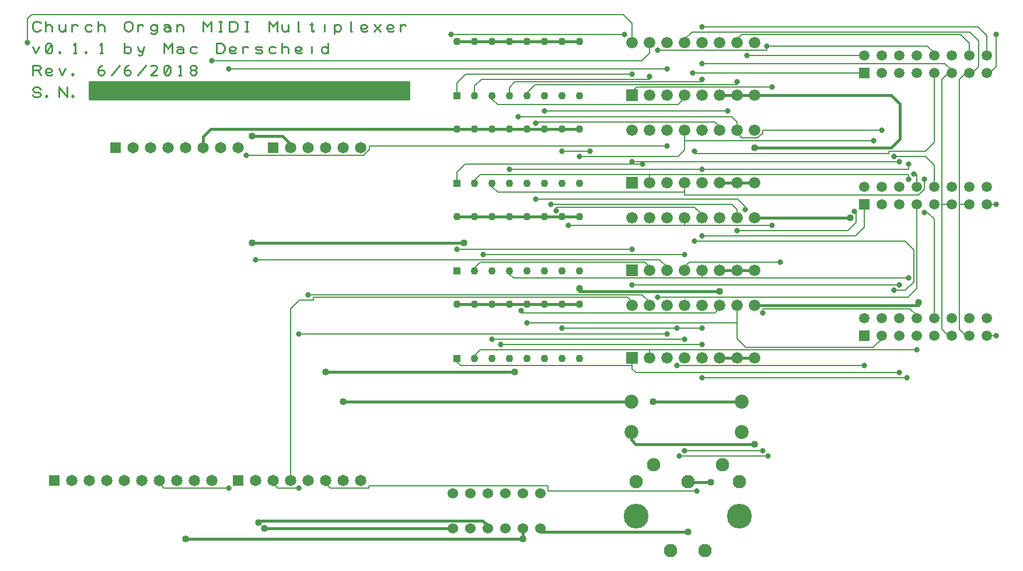
<source format=gbr>
G04 EasyPC Gerber Version 21.0.3 Build 4286 *
%FSLAX35Y35*%
%MOIN*%
%ADD18R,0.04283X0.04283*%
%ADD70R,0.05945X0.05945*%
%ADD85R,0.06496X0.06496*%
%ADD16R,0.06600X0.06600*%
%ADD87C,0.00800*%
%ADD15C,0.01000*%
%ADD88C,0.01500*%
%ADD24C,0.03200*%
%ADD25C,0.04000*%
%ADD19C,0.04283*%
%ADD71C,0.05945*%
%ADD23C,0.06000*%
%ADD86C,0.06496*%
%ADD17C,0.06600*%
%ADD82C,0.07677*%
%ADD84C,0.07972*%
%ADD83C,0.14173*%
X0Y0D02*
D02*
D15*
X12750Y280563D02*
X13219Y279625D01*
X14156Y279156*
X16031*
X16969Y279625*
X17437Y280563*
X16969Y281500*
X16031Y281969*
X14156*
X13219Y282437*
X12750Y283375*
X13219Y284313*
X14156Y284781*
X16031*
X16969Y284313*
X17437Y283375*
X20719Y279156D02*
X21187Y279625D01*
X20719Y280094*
X20250Y279625*
X20719Y279156*
X27750D02*
Y284781D01*
X32437Y279156*
Y284781*
X35719Y279156D02*
X36187Y279625D01*
X35719Y280094*
X35250Y279625*
X35719Y279156*
X12750Y291656D02*
Y297281D01*
X16031*
X16969Y296813*
X17437Y295875*
X16969Y294937*
X16031Y294469*
X12750*
X16031D02*
X17437Y291656D01*
X24000Y292125D02*
X23531Y291656D01*
X22594*
X21656*
X20719Y292125*
X20250Y293063*
Y294469*
X20719Y294937*
X21656Y295406*
X22594*
X23531Y294937*
X24000Y294469*
Y294000*
X23531Y293531*
X22594Y293063*
X21656*
X20719Y293531*
X20250Y294000*
X27750Y295406D02*
X29625Y291656D01*
X31500Y295406*
X35719Y291656D02*
X36187Y292125D01*
X35719Y292594*
X35250Y292125*
X35719Y291656*
X50250Y293063D02*
X50719Y294000D01*
X51656Y294469*
X52594*
X53531Y294000*
X54000Y293063*
X53531Y292125*
X52594Y291656*
X51656*
X50719Y292125*
X50250Y293063*
Y294469*
X50719Y295875*
X51656Y296813*
X52594Y297281*
X57750Y291656D02*
X62437Y297281D01*
X65250Y293063D02*
X65719Y294000D01*
X66656Y294469*
X67594*
X68531Y294000*
X69000Y293063*
X68531Y292125*
X67594Y291656*
X66656*
X65719Y292125*
X65250Y293063*
Y294469*
X65719Y295875*
X66656Y296813*
X67594Y297281*
X72750Y291656D02*
X77437Y297281D01*
X84000Y291656D02*
X80250D01*
X83531Y294937*
X84000Y295875*
X83531Y296813*
X82594Y297281*
X81187*
X80250Y296813*
X88219Y292125D02*
X89156Y291656D01*
X90094*
X91031Y292125*
X91500Y293063*
Y295875*
X91031Y296813*
X90094Y297281*
X89156*
X88219Y296813*
X87750Y295875*
Y293063*
X88219Y292125*
X91031Y296813*
X96187Y291656D02*
X98063D01*
X97125D02*
Y297281D01*
X96187Y296344*
X104156Y294469D02*
X105094D01*
X106031Y294937*
X106500Y295875*
X106031Y296813*
X105094Y297281*
X104156*
X103219Y296813*
X102750Y295875*
X103219Y294937*
X104156Y294469*
X103219Y294000*
X102750Y293063*
X103219Y292125*
X104156Y291656*
X105094*
X106031Y292125*
X106500Y293063*
X106031Y294000*
X105094Y294469*
X12750Y307906D02*
X14625Y304156D01*
X16500Y307906*
X20719Y304625D02*
X21656Y304156D01*
X22594*
X23531Y304625*
X24000Y305563*
Y308375*
X23531Y309313*
X22594Y309781*
X21656*
X20719Y309313*
X20250Y308375*
Y305563*
X20719Y304625*
X23531Y309313*
X28219Y304156D02*
X28687Y304625D01*
X28219Y305094*
X27750Y304625*
X28219Y304156*
X36187D02*
X38063D01*
X37125D02*
Y309781D01*
X36187Y308844*
X43219Y304156D02*
X43687Y304625D01*
X43219Y305094*
X42750Y304625*
X43219Y304156*
X51187D02*
X53063D01*
X52125D02*
Y309781D01*
X51187Y308844*
X65250Y305563D02*
X65719Y304625D01*
X66656Y304156*
X67594*
X68531Y304625*
X69000Y305563*
Y306500*
X68531Y307437*
X67594Y307906*
X66656*
X65719Y307437*
X65250Y306500*
Y304156D02*
Y309781D01*
X72750Y307906D02*
X73219Y306031D01*
X74156Y305094*
X75094*
X76031Y306031*
X76500Y307906*
X76031Y306031D02*
X75563Y304156D01*
X75094Y303219*
X74156Y302750*
X73219Y303219*
X87750Y304156D02*
Y309781D01*
X90094Y306969*
X92437Y309781*
Y304156*
X95250Y307437D02*
X96187Y307906D01*
X97594*
X98531Y307437*
X99000Y306500*
Y305094*
X98531Y304625*
X97594Y304156*
X96656*
X95719Y304625*
X95250Y305094*
Y305563*
X95719Y306031*
X96656Y306500*
X97594*
X98531Y306031*
X99000Y305563*
Y305094D02*
Y304156D01*
X106500Y307437D02*
X105563Y307906D01*
X104156*
X103219Y307437*
X102750Y306500*
Y305563*
X103219Y304625*
X104156Y304156*
X105563*
X106500Y304625*
X117750Y304156D02*
Y309781D01*
X120563*
X121500Y309313*
X121969Y308844*
X122437Y307906*
Y306031*
X121969Y305094*
X121500Y304625*
X120563Y304156*
X117750*
X129000Y304625D02*
X128531Y304156D01*
X127594*
X126656*
X125719Y304625*
X125250Y305563*
Y306969*
X125719Y307437*
X126656Y307906*
X127594*
X128531Y307437*
X129000Y306969*
Y306500*
X128531Y306031*
X127594Y305563*
X126656*
X125719Y306031*
X125250Y306500*
X132750Y304156D02*
Y307906D01*
Y306500D02*
X133219Y307437D01*
X134156Y307906*
X135094*
X136031Y307437*
X140250Y304625D02*
X141187Y304156D01*
X143063*
X144000Y304625*
Y305563*
X143063Y306031*
X141187*
X140250Y306500*
Y307437*
X141187Y307906*
X143063*
X144000Y307437*
X151500D02*
X150563Y307906D01*
X149156*
X148219Y307437*
X147750Y306500*
Y305563*
X148219Y304625*
X149156Y304156*
X150563*
X151500Y304625*
X155250Y304156D02*
Y309781D01*
Y306500D02*
X155719Y307437D01*
X156656Y307906*
X157594*
X158531Y307437*
X159000Y306500*
Y304156*
X166500Y304625D02*
X166031Y304156D01*
X165094*
X164156*
X163219Y304625*
X162750Y305563*
Y306969*
X163219Y307437*
X164156Y307906*
X165094*
X166031Y307437*
X166500Y306969*
Y306500*
X166031Y306031*
X165094Y305563*
X164156*
X163219Y306031*
X162750Y306500*
X172125Y304156D02*
Y307906D01*
Y309313D02*
X181500Y306500*
X181031Y307437D01*
X180094Y307906*
X179156*
X178219Y307437*
X177750Y306500*
Y305563*
X178219Y304625*
X179156Y304156*
X180094*
X181031Y304625*
X181500Y305563*
Y304156D02*
Y309781D01*
X17437Y317594D02*
X16969Y317125D01*
X16031Y316656*
X14625*
X13687Y317125*
X13219Y317594*
X12750Y318531*
Y320406*
X13219Y321344*
X13687Y321813*
X14625Y322281*
X16031*
X16969Y321813*
X17437Y321344*
X20250Y316656D02*
Y322281D01*
Y319000D02*
X20719Y319937D01*
X21656Y320406*
X22594*
X23531Y319937*
X24000Y319000*
Y316656*
X27750Y320406D02*
Y318063D01*
X28219Y317125*
X29156Y316656*
X30094*
X31031Y317125*
X31500Y318063*
Y320406D02*
Y316656D01*
X35250D02*
Y320406D01*
Y319000D02*
X35719Y319937D01*
X36656Y320406*
X37594*
X38531Y319937*
X46500D02*
X45563Y320406D01*
X44156*
X43219Y319937*
X42750Y319000*
Y318063*
X43219Y317125*
X44156Y316656*
X45563*
X46500Y317125*
X50250Y316656D02*
Y322281D01*
Y319000D02*
X50719Y319937D01*
X51656Y320406*
X52594*
X53531Y319937*
X54000Y319000*
Y316656*
X65250Y318531D02*
Y320406D01*
X65719Y321344*
X66187Y321813*
X67125Y322281*
X68063*
X69000Y321813*
X69469Y321344*
X69937Y320406*
Y318531*
X69469Y317594*
X69000Y317125*
X68063Y316656*
X67125*
X66187Y317125*
X65719Y317594*
X65250Y318531*
X72750Y316656D02*
Y320406D01*
Y319000D02*
X73219Y319937D01*
X74156Y320406*
X75094*
X76031Y319937*
X84000Y319000D02*
X83531Y319937D01*
X82594Y320406*
X81656*
X80719Y319937*
X80250Y319000*
Y318531*
X80719Y317594*
X81656Y317125*
X82594*
X83531Y317594*
X84000Y318531*
Y320406D02*
Y316656D01*
X83531Y315719*
X82594Y315250*
X81187*
X80250Y315719*
X87750Y319937D02*
X88687Y320406D01*
X90094*
X91031Y319937*
X91500Y319000*
Y317594*
X91031Y317125*
X90094Y316656*
X89156*
X88219Y317125*
X87750Y317594*
Y318063*
X88219Y318531*
X89156Y319000*
X90094*
X91031Y318531*
X91500Y318063*
Y317594D02*
Y316656D01*
X95250D02*
Y320406D01*
Y319000D02*
X95719Y319937D01*
X96656Y320406*
X97594*
X98531Y319937*
X99000Y319000*
Y316656*
X110250D02*
Y322281D01*
X112594Y319469*
X114937Y322281*
Y316656*
X119156D02*
X121031D01*
X120094D02*
Y322281D01*
X119156D02*
X121031D01*
X125250Y316656D02*
Y322281D01*
X128063*
X129000Y321813*
X129469Y321344*
X129937Y320406*
Y318531*
X129469Y317594*
X129000Y317125*
X128063Y316656*
X125250*
X134156D02*
X136031D01*
X135094D02*
Y322281D01*
X134156D02*
X136031D01*
X147750Y316656D02*
Y322281D01*
X150094Y319469*
X152437Y322281*
Y316656*
X155250Y320406D02*
Y318063D01*
X155719Y317125*
X156656Y316656*
X157594*
X158531Y317125*
X159000Y318063*
Y320406D02*
Y316656D01*
X165094D02*
X164625D01*
Y322281*
X171187Y320406D02*
X173063D01*
X172125Y321344D02*
Y317125D01*
X172594Y316656*
X173063*
X173531Y317125*
X179625Y316656D02*
Y320406D01*
Y321813D02*
X185250Y320406*
Y315250D01*
Y318063D02*
X185719Y317125D01*
X186656Y316656*
X187594*
X188531Y317125*
X189000Y318063*
Y319000*
X188531Y319937*
X187594Y320406*
X186656*
X185719Y319937*
X185250Y319000*
Y318063*
X195094Y316656D02*
X194625D01*
Y322281*
X204000Y317125D02*
X203531Y316656D01*
X202594*
X201656*
X200719Y317125*
X200250Y318063*
Y319469*
X200719Y319937*
X201656Y320406*
X202594*
X203531Y319937*
X204000Y319469*
Y319000*
X203531Y318531*
X202594Y318063*
X201656*
X200719Y318531*
X200250Y319000*
X207750Y316656D02*
X211500Y320406D01*
Y316656D02*
X207750Y320406D01*
X219000Y317125D02*
X218531Y316656D01*
X217594*
X216656*
X215719Y317125*
X215250Y318063*
Y319469*
X215719Y319937*
X216656Y320406*
X217594*
X218531Y319937*
X219000Y319469*
Y319000*
X218531Y318531*
X217594Y318063*
X216656*
X215719Y318531*
X215250Y319000*
X222750Y316656D02*
Y320406D01*
Y319000D02*
X223219Y319937D01*
X224156Y320406*
X225094*
X226031Y319937*
X45250Y287750D02*
Y277750D01*
X227750*
Y287750*
X45250*
G36*
Y277750*
X227750*
Y287750*
X45250*
G37*
D02*
D16*
X355250Y130250D03*
Y180250D03*
Y230250D03*
Y280250D03*
D02*
D17*
Y160250D03*
Y210250D03*
Y260250D03*
Y310250D03*
X365250Y130250D03*
Y160250D03*
Y180250D03*
Y210250D03*
Y230250D03*
Y260250D03*
Y280250D03*
Y310250D03*
X375250Y130250D03*
Y160250D03*
Y180250D03*
Y210250D03*
Y230250D03*
Y260250D03*
Y280250D03*
Y310250D03*
X385250Y130250D03*
Y160250D03*
Y180250D03*
Y210250D03*
Y230250D03*
Y260250D03*
Y280250D03*
Y310250D03*
X395250Y130250D03*
Y160250D03*
Y180250D03*
Y210250D03*
Y230250D03*
Y260250D03*
Y280250D03*
Y310250D03*
X405250Y130250D03*
Y160250D03*
Y180250D03*
Y210250D03*
Y230250D03*
Y260250D03*
Y280250D03*
Y310250D03*
X415250Y130250D03*
Y160250D03*
Y180250D03*
Y210250D03*
Y230250D03*
Y260250D03*
Y280250D03*
Y310250D03*
X425250Y130250D03*
Y160250D03*
Y180250D03*
Y210250D03*
Y230250D03*
Y260250D03*
Y280250D03*
Y310250D03*
D02*
D18*
X255250Y129758D03*
Y179758D03*
Y229758D03*
Y279758D03*
D02*
D19*
Y160742D03*
Y210742D03*
Y260742D03*
Y310742D03*
X265250Y129758D03*
Y160742D03*
Y179758D03*
Y210742D03*
Y229758D03*
Y260742D03*
Y279758D03*
Y310742D03*
X275250Y129758D03*
Y160742D03*
Y179758D03*
Y210742D03*
Y229758D03*
Y260742D03*
Y279758D03*
Y310742D03*
X285250Y129758D03*
Y160742D03*
Y179758D03*
Y210742D03*
Y229758D03*
Y260742D03*
Y279758D03*
Y310742D03*
X295250Y129758D03*
Y160742D03*
Y179758D03*
Y210742D03*
Y229758D03*
Y260742D03*
Y279758D03*
Y310742D03*
X305250Y129758D03*
Y160742D03*
Y179758D03*
Y210742D03*
Y229758D03*
Y260742D03*
Y279758D03*
Y310742D03*
X315250Y129758D03*
Y160742D03*
Y179758D03*
Y210742D03*
Y229758D03*
Y260742D03*
Y279758D03*
Y310742D03*
X325250Y129758D03*
Y160742D03*
Y179758D03*
Y210742D03*
Y229758D03*
Y260742D03*
Y279758D03*
Y310742D03*
D02*
D70*
X487750Y142750D03*
Y217750D03*
Y292750D03*
D02*
D71*
Y152750D03*
Y227750D03*
Y302750D03*
X497750Y142750D03*
Y152750D03*
Y217750D03*
Y227750D03*
Y292750D03*
Y302750D03*
X507750Y142750D03*
Y152750D03*
Y217750D03*
Y227750D03*
Y292750D03*
Y302750D03*
X517750Y142750D03*
Y152750D03*
Y217750D03*
Y227750D03*
Y292750D03*
Y302750D03*
X527750Y142750D03*
Y152750D03*
Y217750D03*
Y227750D03*
Y292750D03*
Y302750D03*
X537750Y142750D03*
Y152750D03*
Y217750D03*
Y227750D03*
Y292750D03*
Y302750D03*
X547750Y142750D03*
Y152750D03*
Y217750D03*
Y227750D03*
Y292750D03*
Y302750D03*
X557750Y142750D03*
Y152750D03*
Y217750D03*
Y227750D03*
Y292750D03*
Y302750D03*
D02*
D23*
X252750Y32750D03*
Y52750D03*
X262750Y32750D03*
Y52750D03*
X272750Y32750D03*
Y52750D03*
X282750Y32750D03*
Y52750D03*
X292750Y32750D03*
Y52750D03*
X302750Y32750D03*
Y52750D03*
D02*
D24*
X9750Y310250D03*
X115250Y299750D03*
X124750Y55750D03*
Y295250D03*
X134750Y245750D03*
X140250Y186250D03*
X164750Y55750D03*
Y143750D03*
X170250Y166250D03*
X251750Y314750D03*
X255250Y192250D03*
X270250Y189250D03*
X275250Y140750D03*
X280250Y137750D03*
X285250Y237750D03*
X290250Y267750D03*
X291750Y157250D03*
X295250Y150250D03*
X300250Y220750D03*
Y264250D03*
X305250Y271250D03*
X308750Y217750D03*
X311750Y214250D03*
X315250Y147250D03*
Y248250D03*
X318750Y205750D03*
X325250Y245250D03*
X331250Y248250D03*
X350750Y314750D03*
X355250Y171750D03*
Y192250D03*
Y242250D03*
Y292250D03*
X361250Y240750D03*
X365250Y290750D03*
X369750Y164750D03*
Y305750D03*
X375250Y143750D03*
Y251250D03*
Y295250D03*
X380750Y125750D03*
Y147250D03*
X382250Y74250D03*
X385250Y77250D03*
Y140750D03*
Y189250D03*
X389750Y292750D03*
X390750Y196750D03*
Y248250D03*
X392250Y54250D03*
X395250Y118750D03*
Y137750D03*
Y147250D03*
Y199750D03*
Y237750D03*
Y289250D03*
Y298250D03*
Y319250D03*
X409750Y271250D03*
X415250Y202750D03*
Y287750D03*
X419750Y214750D03*
X420750Y302750D03*
X429750Y77250D03*
Y155750D03*
X432250Y308250D03*
X432750Y74250D03*
X435250Y205750D03*
Y284750D03*
X439750Y184750D03*
X482250Y213750D03*
X487750Y125750D03*
X493250Y254250D03*
X497750Y260250D03*
X504750Y168750D03*
Y245250D03*
X507750Y121750D03*
Y171750D03*
Y242250D03*
X512250Y118750D03*
X513250Y175750D03*
Y232250D03*
Y240750D03*
X516250Y235250D03*
X517750Y134750D03*
X522250Y213250D03*
Y232250D03*
X563250Y142750D03*
Y217750D03*
Y314750D03*
D02*
D25*
X100250Y26750D03*
X138250Y195750D03*
Y256750D03*
X141750Y36250D03*
X145250Y32750D03*
X180250Y122250D03*
X190250Y105250D03*
X259250Y195750D03*
X288250Y122250D03*
X292750Y26750D03*
X325250Y169750D03*
X367250Y105250D03*
X387120Y30750D03*
X400250Y59250D03*
X405250Y168250D03*
X425250Y80750D03*
Y250250D03*
X479750Y210250D03*
X518750Y161750D03*
D02*
D82*
X357593Y59463D03*
X367435Y69305D03*
X377278Y20093D03*
X387120Y59463D03*
X396963Y20093D03*
X406805Y69305D03*
X416648Y59463D03*
D02*
D83*
X357593Y39778D03*
X416648D03*
D02*
D84*
X354758Y87750D03*
Y105250D03*
X417750Y87750D03*
Y105250D03*
D02*
D85*
X25250Y60250D03*
X60250Y250250D03*
X130250Y60250D03*
X150250Y250250D03*
D02*
D86*
X35250Y60250D03*
X45250D03*
X55250D03*
X65250D03*
X70250Y250250D03*
X75250Y60250D03*
X80250Y250250D03*
X85250Y60250D03*
X90250Y250250D03*
X95250Y60250D03*
X100250Y250250D03*
X105250Y60250D03*
X110250Y250250D03*
X115250Y60250D03*
X120250Y250250D03*
X130250D03*
X140250Y60250D03*
X150250D03*
X160250D03*
Y250250D03*
X170250Y60250D03*
Y250250D03*
X180250Y60250D03*
Y250250D03*
X190250Y60250D03*
Y250250D03*
X200250Y60250D03*
Y250250D03*
D02*
D87*
X9750Y310250D02*
Y323808D01*
X12192Y326250*
X350250*
X355250Y321250*
Y310250*
X115250Y299750D02*
X360884D01*
X365250Y304116*
Y310250*
X124750Y55750D02*
X87982D01*
X85250Y58482*
Y60250*
X134750Y245750D02*
X201900D01*
X205250Y249100*
Y251250*
X375250*
X140250Y186250D02*
X371018D01*
X375250Y182018*
Y180250*
X160250Y60250D02*
Y158250D01*
X165250Y163250*
X173250*
Y164750*
X352518*
X355250Y162018*
Y160250*
X164750Y55750D02*
X152982D01*
X150250Y58482*
Y60250*
X170250Y166250D02*
X361018D01*
X365250Y162018*
Y160250*
X251750Y314750D02*
X350750D01*
X270250Y189250D02*
X385250D01*
X280250Y137750D02*
X395250D01*
X290250Y267750D02*
X412384D01*
X415250Y264884*
Y260250*
X291750Y157250D02*
Y155750D01*
X402518*
X405250Y158482*
Y160250*
X300250Y220750D02*
X415518D01*
X419750Y216518*
Y214750*
X300250Y264250D02*
Y264750D01*
X402518*
X405250Y262018*
Y260250*
X308750Y217750D02*
X412384D01*
X415250Y214884*
Y210250*
X311750Y214250D02*
Y216250D01*
X391018*
X395250Y212018*
Y210250*
X331250Y248250D02*
X315250D01*
X355250Y125750D02*
Y130250D01*
Y125750D02*
X257490D01*
X255250Y127990*
Y129758*
X355250Y125750D02*
Y123982D01*
X357482Y121750*
X507750*
X355250Y171750D02*
X507750D01*
X355250Y192250D02*
X255250D01*
X355250Y292250D02*
X260250D01*
X255250Y287250*
Y279758*
X361250Y240750D02*
X259862D01*
X255250Y236138*
Y229758*
X365250Y134750D02*
Y130250D01*
Y134750D02*
X517750D01*
X365250D02*
X268474D01*
X265250Y131526*
Y129758*
X365250Y180250D02*
Y182018D01*
X362518Y184750*
X268474*
X265250Y181526*
Y179758*
X365250Y234750D02*
Y230250D01*
Y234750D02*
X513250D01*
Y232250*
X365250Y234750D02*
X268474D01*
X265250Y231526*
Y229758*
X365250Y290750D02*
Y289250D01*
X269112*
X265250Y285388*
Y279758*
X369750Y164750D02*
X512750D01*
X517750Y169750*
Y217750*
X375250Y143750D02*
X164750D01*
X375250Y295250D02*
X124750D01*
X380750Y147250D02*
X395250D01*
X380750D02*
X315250D01*
X385250Y140750D02*
X275250D01*
X385250Y205750D02*
Y210250D01*
Y205750D02*
X318750D01*
X385250D02*
X435250D01*
X385250Y224750D02*
Y230250D01*
Y224750D02*
Y223250D01*
X519011*
X522250Y226489*
Y232250*
X385250Y224750D02*
X278490D01*
X275250Y227990*
Y229758*
X385250Y254250D02*
Y260250D01*
Y254250D02*
Y248866D01*
X381634Y245250*
X325250*
X385250Y254250D02*
X493250D01*
X385250Y280250D02*
Y278482D01*
X381518Y274750*
X278490*
X275250Y277990*
Y279758*
X389750Y292750D02*
X487750D01*
X390750Y196750D02*
X511250D01*
X516250Y191750*
Y173616*
X511384Y168750*
X504750*
X390750Y248250D02*
Y246750D01*
X501750*
Y248250*
X522750*
X527750Y253250*
Y292750*
X392250Y54250D02*
X307250D01*
Y57250*
X204750*
Y55750*
X182982*
X180250Y58482*
Y60250*
X395250Y118750D02*
X512250D01*
X395250Y175750D02*
Y180250D01*
Y175750D02*
X513250D01*
X395250D02*
X287490D01*
X285250Y177990*
Y179758*
X395250Y199750D02*
X482750D01*
X487750Y204750*
Y217750*
X395250Y237750D02*
X285250D01*
X395250Y289250D02*
Y287750D01*
X288362*
X285250Y284638*
Y279758*
X395250Y298250D02*
X534018D01*
X537750Y294518*
Y292750*
X395250Y319250D02*
X552750D01*
X557750Y314250*
Y302750*
X409750Y271250D02*
X305250D01*
X415250Y150250D02*
Y160250D01*
Y150250D02*
Y141250D01*
X420250Y136250*
X493018*
X497750Y140982*
Y142750*
X415250Y150250D02*
X295250D01*
X415250Y287750D02*
Y286250D01*
X299974*
X295250Y281526*
Y279758*
X420750Y302750D02*
X487750D01*
X429750Y77250D02*
X385250D01*
X429750Y155750D02*
Y158250D01*
X514018*
X517750Y154518*
Y152750*
X432250Y308250D02*
X524018D01*
X527750Y304518*
Y302750*
X432250Y308250D02*
Y305750D01*
X369750*
X432750Y74250D02*
X382250D01*
X435250Y284750D02*
X357982D01*
X355250Y282018*
Y280250*
X439750Y184750D02*
X387982D01*
X385250Y182018*
Y180250*
X482250Y213750D02*
X483250D01*
Y207366*
X478634Y202750*
X415250*
X487750Y125750D02*
X380750D01*
X497750Y260250D02*
X429750D01*
Y258482*
X427018Y255750*
X417982*
X415250Y258482*
Y260250*
X504750Y245250D02*
X522750D01*
X527750Y240250*
Y227750*
X507750Y242250D02*
X355250D01*
X513250Y240750D02*
Y237750D01*
X395250*
X516250Y235250D02*
X517750D01*
Y227750*
X522250Y213250D02*
X524018D01*
X527750Y209518*
Y152750*
X532250Y217750D02*
X537750D01*
X532250D02*
Y146482D01*
X535982Y142750*
X537750*
X532250Y217750D02*
Y289018D01*
X535982Y292750*
X537750*
X542250Y217750D02*
X547750D01*
X542250D02*
Y146482D01*
X545982Y142750*
X547750*
X542250Y217750D02*
Y289018D01*
X545982Y292750*
X547750*
X549518*
X553250Y296482*
Y311250*
X548250Y316250*
X389482*
X385250Y312018*
Y310250*
X547750Y302750D02*
Y309750D01*
X542750Y314750*
X417982*
X415250Y312018*
Y310250*
X563250Y142750D02*
X557750D01*
X563250Y217750D02*
X557750D01*
X563250Y314750D02*
Y296482D01*
X559518Y292750*
X557750*
D02*
D88*
X138250Y195750D02*
X259250D01*
X138250Y256750D02*
X155518D01*
X160250Y252018*
Y250250*
X141750Y36250D02*
Y37250D01*
X270018*
X272750Y34518*
Y32750*
X145250D02*
X252750D01*
X190250Y105250D02*
X354758D01*
X255250Y260742D02*
X114612D01*
X110250Y256380*
Y250250*
X255250Y260742D02*
X265250D01*
Y160742D02*
X275250D01*
X265250D02*
X255250D01*
X265250Y210742D02*
X275250D01*
X265250D02*
X255250D01*
X265250Y260742D02*
X275250D01*
X265250Y310742D02*
X275250D01*
X265250D02*
X255250D01*
X275250Y160742D02*
X285250D01*
X275250Y210742D02*
X285250D01*
X275250Y260742D02*
X285250D01*
X275250Y310742D02*
X285250D01*
Y160742D02*
X295250D01*
X285250Y210742D02*
X295250D01*
X285250Y260742D02*
X295250D01*
X285250Y310742D02*
X295250D01*
X288250Y122250D02*
X180250D01*
X292750Y26750D02*
Y32750D01*
Y26750D02*
X100250D01*
X295250Y160742D02*
X305250D01*
X295250Y210742D02*
X305250D01*
X295250Y260742D02*
X305250D01*
X295250Y310742D02*
X305250D01*
Y160742D02*
X315250D01*
X305250Y210742D02*
X315250D01*
X305250Y260742D02*
X315250D01*
X305250Y310742D02*
X315250D01*
Y160742D02*
X325250D01*
X315250Y210742D02*
X325250D01*
X315250Y260742D02*
X325250D01*
X315250Y310742D02*
X325250D01*
X367250Y105250D02*
X417750D01*
X387120Y30750D02*
X302750D01*
Y32750*
X400250Y59250D02*
X387120D01*
Y59463*
X405250Y168250D02*
X325250D01*
Y169750*
X415250Y130250D02*
X425250D01*
X415250D02*
X405250D01*
X415250Y180250D02*
X425250D01*
X415250D02*
X405250D01*
X415250Y230250D02*
X425250D01*
X415250D02*
X405250D01*
X415250Y280250D02*
X405250D01*
X425250Y80750D02*
X357374D01*
X354758Y83366*
Y87750*
X425250Y250250D02*
X503250D01*
X508250Y255250*
Y275250*
X503250Y280250*
X425250*
X415250*
X479750Y210250D02*
X425250D01*
X518750Y161750D02*
Y160250D01*
X425250*
X0Y0D02*
M02*

</source>
